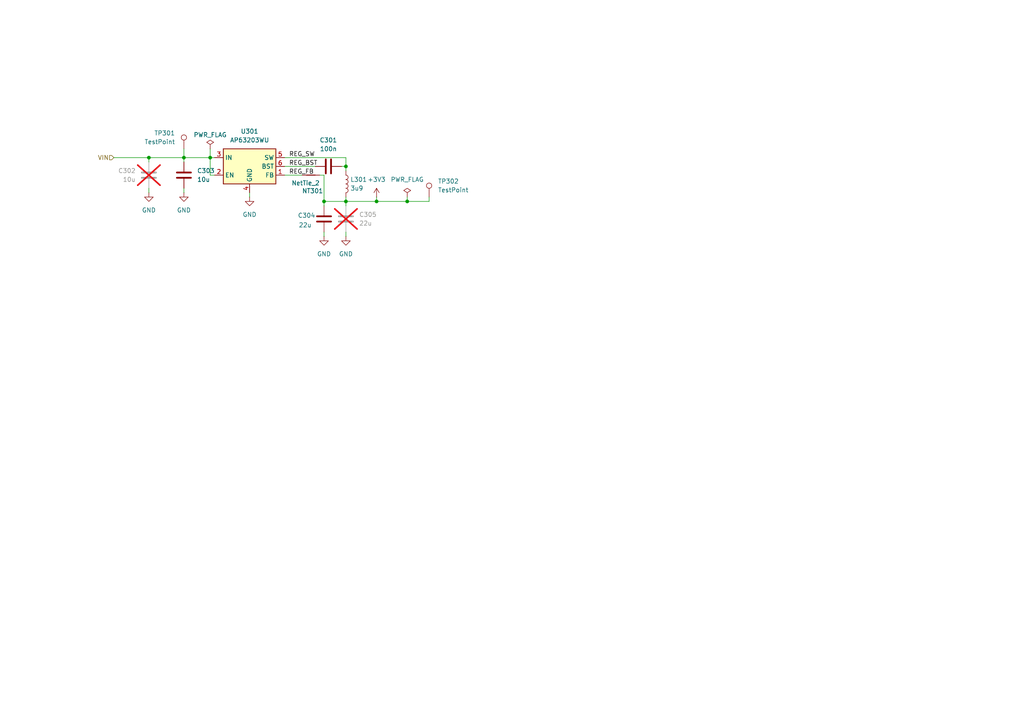
<source format=kicad_sch>
(kicad_sch (version 20250114) (generator "eeschema") (generator_version "9.0")
  (paper "A4")
  (title_block (title "Glowbuck"))
  (lib_symbols
    (symbol "Connector:TestPoint" (pin_numbers (hide yes)) (pin_names (offset 0.762) (hide yes))
      (property "Reference" "TP" (at 0 6.858 0))
      (property "Value" "TestPoint" (at 0 5.08 0))
      (symbol "TestPoint_0_1"
        (circle (center 0 3.302) (radius 0.762))
      )
      (symbol "TestPoint_1_1"
        (pin passive line (at 0 0 90) (length 2.54) (name "1") (number "1"))
      )
    )
    (symbol "Device:C" (pin_numbers (hide yes)) (pin_names (offset 0.254))
      (property "Reference" "C" (at 0.635 2.54 0))
      (property "Value" "C" (at 0.635 -2.54 0))
      (symbol "C_0_1"
        (polyline (pts (xy -2.032 0.762) (xy 2.032 0.762)) (stroke (width 0.508)))
        (polyline (pts (xy -2.032 -0.762) (xy 2.032 -0.762)) (stroke (width 0.508)))
      )
      (symbol "C_1_1"
        (pin passive line (at 0 3.81 270) (length 2.794) (name "~") (number "1"))
        (pin passive line (at 0 -3.81 90) (length 2.794) (name "~") (number "2"))
      )
    )
    (symbol "Device:L" (pin_numbers (hide yes)) (pin_names (offset 1.016) (hide yes))
      (property "Reference" "L" (at -1.27 0 90))
      (property "Value" "L" (at 1.905 0 90))
      (symbol "L_0_1"
        (arc (start 0 2.54) (mid 0.6323 1.905) (end 0 1.27))
        (arc (start 0 1.27) (mid 0.6323 0.635) (end 0 0))
        (arc (start 0 0) (mid 0.6323 -0.635) (end 0 -1.27))
        (arc (start 0 -1.27) (mid 0.6323 -1.905) (end 0 -2.54))
      )
      (symbol "L_1_1"
        (pin passive line (at 0 3.81 270) (length 1.27) (name "1") (number "1"))
        (pin passive line (at 0 -3.81 90) (length 1.27) (name "2") (number "2"))
      )
    )
    (symbol "Device:NetTie_2" (pin_numbers (hide yes)) (pin_names (offset 0) (hide yes)) (in_bom no)
      (property "Reference" "NT" (at 0 1.27 0))
      (property "Value" "NetTie_2" (at 0 -1.27 0))
      (symbol "NetTie_2_0_1"
        (polyline (pts (xy -1.27 0) (xy 1.27 0)) (stroke (width 0.254)))
      )
      (symbol "NetTie_2_1_1"
        (pin passive line (at -2.54 0 0) (length 2.54) (name "1") (number "1"))
        (pin passive line (at 2.54 0 180) (length 2.54) (name "2") (number "2"))
      )
    )
    (symbol "Regulator_Switching:AP63203WU"
      (property "Reference" "U" (at -7.62 6.35 0))
      (property "Value" "AP63203WU" (at 2.54 6.35 0))
      (symbol "AP63203WU_0_1"
        (rectangle (start -7.62 5.08) (end 7.62 -5.08) (stroke (width 0.254)) (fill (type background)))
      )
      (symbol "AP63203WU_1_1"
        (pin power_in line (at -10.16 2.54 0) (length 2.54) (name "IN") (number "3"))
        (pin input line (at -10.16 -2.54 0) (length 2.54) (name "EN") (number "2"))
        (pin power_in line (at 0 -7.62 90) (length 2.54) (name "GND") (number "4"))
        (pin output line (at 10.16 2.54 180) (length 2.54) (name "SW") (number "5"))
        (pin passive line (at 10.16 0 180) (length 2.54) (name "BST") (number "6"))
        (pin input line (at 10.16 -2.54 180) (length 2.54) (name "FB") (number "1"))
      )
    )
    (symbol "power:+3V3" (power) (pin_numbers (hide yes)) (pin_names (offset 0) (hide yes))
      (property "Value" "+3V3" (at 0 3.556 0))
      (symbol "+3V3_0_1"
        (polyline (pts (xy -0.762 1.27) (xy 0 2.54)))
        (polyline (pts (xy 0 2.54) (xy 0.762 1.27)))
        (polyline (pts (xy 0 0) (xy 0 2.54)))
      )
      (symbol "+3V3_1_1"
        (pin power_in line (at 0 0 90) (length 0) (name "~") (number "1"))
      )
    )
    (symbol "power:GND" (power) (pin_numbers (hide yes)) (pin_names (offset 0) (hide yes))
      (property "Value" "GND" (at 0 -3.81 0))
      (symbol "GND_0_1"
        (polyline (pts (xy 0 0) (xy 0 -1.27) (xy 1.27 -1.27) (xy 0 -2.54) (xy -1.27 -1.27) (xy 0 -1.27)))
      )
      (symbol "GND_1_1"
        (pin power_in line (at 0 0 270) (length 0) (name "~") (number "1"))
      )
    )
    (symbol "power:PWR_FLAG" (power) (pin_numbers (hide yes)) (pin_names (offset 0) (hide yes))
      (property "Value" "PWR_FLAG" (at 0 3.81 0))
      (symbol "PWR_FLAG_0_0"
        (pin power_out line (at 0 0 90) (length 0) (name "~") (number "1"))
      )
      (symbol "PWR_FLAG_0_1"
        (polyline (pts (xy 0 0) (xy 0 1.27) (xy -1.016 1.905) (xy 0 2.54) (xy 1.016 1.905) (xy 0 1.27)))
      )
    )
  )
  (junction (at 118.11 58.42))
  (junction (at 109.22 58.42))
  (junction (at 60.96 45.72))
  (junction (at 53.34 45.72))
  (junction (at 43.18 45.72))
  (junction (at 100.33 48.26))
  (junction (at 100.33 58.42))
  (junction (at 93.98 58.42))
  (wire (pts (xy 124.46 58.42) (xy 124.46 57.15)))
  (wire (pts (xy 82.55 45.72) (xy 100.33 45.72)))
  (wire (pts (xy 100.33 45.72) (xy 100.33 48.26)))
  (wire (pts (xy 60.96 43.18) (xy 60.96 45.72)))
  (wire (pts (xy 53.34 46.99) (xy 53.34 45.72)))
  (wire (pts (xy 60.96 45.72) (xy 53.34 45.72)))
  (wire (pts (xy 72.39 55.88) (xy 72.39 57.15)))
  (wire (pts (xy 33.02 45.72) (xy 43.18 45.72)))
  (wire (pts (xy 82.55 50.8) (xy 87.63 50.8)))
  (wire (pts (xy 93.98 58.42) (xy 93.98 50.8)))
  (wire (pts (xy 100.33 48.26) (xy 100.33 49.53)))
  (wire (pts (xy 43.18 45.72) (xy 53.34 45.72)))
  (wire (pts (xy 93.98 50.8) (xy 92.71 50.8)))
  (wire (pts (xy 43.18 45.72) (xy 43.18 46.99)))
  (wire (pts (xy 82.55 48.26) (xy 91.44 48.26)))
  (wire (pts (xy 100.33 48.26) (xy 99.06 48.26)))
  (wire (pts (xy 53.34 43.18) (xy 53.34 45.72)))
  (wire (pts (xy 100.33 58.42) (xy 109.22 58.42)))
  (wire (pts (xy 60.96 45.72) (xy 60.96 50.8)))
  (wire (pts (xy 60.96 50.8) (xy 62.23 50.8)))
  (wire (pts (xy 62.23 45.72) (xy 60.96 45.72)))
  (wire (pts (xy 93.98 58.42) (xy 93.98 59.69)))
  (wire (pts (xy 109.22 57.15) (xy 109.22 58.42)))
  (wire (pts (xy 100.33 57.15) (xy 100.33 58.42)))
  (wire (pts (xy 100.33 58.42) (xy 93.98 58.42)))
  (wire (pts (xy 43.18 54.61) (xy 43.18 55.88)))
  (wire (pts (xy 118.11 58.42) (xy 124.46 58.42)))
  (wire (pts (xy 100.33 58.42) (xy 100.33 59.69)))
  (wire (pts (xy 93.98 67.31) (xy 93.98 68.58)))
  (wire (pts (xy 118.11 58.42) (xy 118.11 57.15)))
  (wire (pts (xy 53.34 54.61) (xy 53.34 55.88)))
  (wire (pts (xy 118.11 58.42) (xy 109.22 58.42)))
  (wire (pts (xy 100.33 67.31) (xy 100.33 68.58)))
  (label "REG_SW" (at 83.82 45.72 0))
  (label "REG_FB" (at 83.82 50.8 0))
  (label "REG_BST" (at 83.82 48.26 0))
  (hierarchical_label "VIN" (shape input) (at 33.02 45.72 180))
  (symbol (lib_id "Connector:TestPoint") (at 124.46 57.15 0) (unit 1) (in_bom no)
    (property "Reference" "TP302" (at 127 52.5779 0) (effects (justify left)))
    (property "Value" "TestPoint" (at 127 55.1179 0) (effects (justify left)))
    (property "Footprint" "TestPoint:TestPoint_Pad_D1.5mm" (effects (hide yes)))
    (property "Description" "test point" (effects (hide yes)))
  )
  (symbol (lib_id "Device:C") (at 43.18 50.8 0) (unit 1) (dnp yes)
    (property "Reference" "C302" (at 39.37 49.5299 0) (effects (justify right)))
    (property "Value" "10u" (at 39.37 52.0699 0) (effects (justify right)))
    (property "Footprint" "Capacitor_SMD:C_1210_3225Metric" (effects (hide yes)))
    (property "Description" "Unpolarized capacitor" (effects (hide yes)))
    (property "MouserNumber" "187-CL32B106KBJNNNE" (effects (hide yes)))
  )
  (symbol (lib_id "power:GND") (at 93.98 68.58 0) (unit 1)
    (property "Reference" "#PWR0305" (effects (hide yes)))
    (property "Value" "GND" (at 93.98 73.66 0))
    (property "Description" "Power symbol creates a global label with name \"GND\" , ground" (effects (hide yes)))
  )
  (symbol (lib_id "Device:C") (at 53.34 50.8 180) (unit 1)
    (property "Reference" "C303" (at 57.15 49.5299 0) (effects (justify right)))
    (property "Value" "10u" (at 57.15 52.0699 0) (effects (justify right)))
    (property "Footprint" "Capacitor_SMD:C_1210_3225Metric" (effects (hide yes)))
    (property "Description" "Unpolarized capacitor" (effects (hide yes)))
    (property "MouserNumber" "187-CL32B106KBJNNNE" (effects (hide yes)))
  )
  (symbol (lib_id "power:GND") (at 100.33 68.58 0) (unit 1)
    (property "Reference" "#PWR0306" (effects (hide yes)))
    (property "Value" "GND" (at 100.33 73.66 0))
    (property "Description" "Power symbol creates a global label with name \"GND\" , ground" (effects (hide yes)))
  )
  (symbol (lib_id "power:PWR_FLAG") (at 60.96 43.18 0) (unit 1)
    (property "Reference" "#FLG0301" (effects (hide yes)))
    (property "Value" "PWR_FLAG" (at 60.96 39.116 0))
    (property "Description" "Special symbol for telling ERC where power comes from" (effects (hide yes)))
  )
  (symbol (lib_id "Regulator_Switching:AP63203WU") (at 72.39 48.26 0) (unit 1)
    (property "Reference" "U301" (at 72.39 38.1 0))
    (property "Value" "AP63203WU" (at 72.39 40.64 0))
    (property "Footprint" "Package_TO_SOT_SMD:TSOT-23-6" (effects (hide yes)))
    (property "Datasheet" "https://www.diodes.com/assets/Datasheets/AP63200-AP63201-AP63203-AP63205.pdf" (effects (hide yes)))
    (property "Description" "2A, 1.1MHz Buck DC/DC Converter, fixed 3.3V output voltage, TSOT-23-6" (effects (hide yes)))
    (property "MouserNumber" "621-AP63203WU-7 " (effects (hide yes)))
  )
  (symbol (lib_id "Device:L") (at 100.33 53.34 0) (unit 1)
    (property "Reference" "L301" (at 101.6 52.0699 0) (effects (justify left)))
    (property "Value" "3u9" (at 101.6 54.6099 0) (effects (justify left)))
    (property "Footprint" "rise:BOURNS_SRR7045" (effects (hide yes)))
    (property "Datasheet" "https://www.mouser.de/datasheet/2/54/BOUR_S_A0011303288_1-2539163.pdf" (effects (hide yes)))
    (property "Description" "Inductor" (effects (hide yes)))
    (property "MouserNumber" "652-SRR7045-3R9M" (effects (hide yes)))
  )
  (symbol (lib_id "power:PWR_FLAG") (at 118.11 57.15 0) (unit 1)
    (property "Reference" "#FLG0302" (effects (hide yes)))
    (property "Value" "PWR_FLAG" (at 118.11 52.07 0))
    (property "Description" "Special symbol for telling ERC where power comes from" (effects (hide yes)))
  )
  (symbol (lib_id "Connector:TestPoint") (at 53.34 43.18 0) (mirror y) (unit 1) (in_bom no)
    (property "Reference" "TP301" (at 50.8 38.6079 0) (effects (justify left)))
    (property "Value" "TestPoint" (at 50.8 41.1479 0) (effects (justify left)))
    (property "Footprint" "TestPoint:TestPoint_Pad_D1.5mm" (effects (hide yes)))
    (property "Description" "test point" (effects (hide yes)))
  )
  (symbol (lib_id "power:GND") (at 72.39 57.15 0) (unit 1)
    (property "Reference" "#PWR0303" (effects (hide yes)))
    (property "Value" "GND" (at 72.39 62.23 0))
    (property "Description" "Power symbol creates a global label with name \"GND\" , ground" (effects (hide yes)))
  )
  (symbol (lib_id "power:GND") (at 53.34 55.88 0) (unit 1)
    (property "Reference" "#PWR0302" (effects (hide yes)))
    (property "Value" "GND" (at 53.34 60.96 0))
    (property "Description" "Power symbol creates a global label with name \"GND\" , ground" (effects (hide yes)))
  )
  (symbol (lib_id "Device:C") (at 95.25 48.26 90) (unit 1)
    (property "Reference" "C301" (at 95.25 40.64 90))
    (property "Value" "100n" (at 95.25 43.18 90))
    (property "Footprint" "Capacitor_SMD:C_0603_1608Metric" (effects (hide yes)))
    (property "Description" "Unpolarized capacitor" (effects (hide yes)))
    (property "MouserNumber" "187-CL10B104KB8WPND" (effects (hide yes)))
  )
  (symbol (lib_id "Device:C") (at 100.33 63.5 180) (unit 1) (dnp yes)
    (property "Reference" "C305" (at 104.14 62.2299 0) (effects (justify right)))
    (property "Value" "22u" (at 104.14 64.7699 0) (effects (justify right)))
    (property "Footprint" "Capacitor_SMD:C_0805_2012Metric" (effects (hide yes)))
    (property "Description" "Unpolarized capacitor" (effects (hide yes)))
    (property "MouserNumber" "187-CL21A226MAYNNNE" (effects (hide yes)))
  )
  (symbol (lib_id "power:GND") (at 43.18 55.88 0) (unit 1)
    (property "Reference" "#PWR0301" (effects (hide yes)))
    (property "Value" "GND" (at 43.18 60.96 0))
    (property "Description" "Power symbol creates a global label with name \"GND\" , ground" (effects (hide yes)))
  )
  (symbol (lib_id "Device:NetTie_2") (at 90.17 50.8 0) (unit 1) (in_bom no)
    (property "Reference" "NT301" (at 90.678 55.372 0))
    (property "Value" "NetTie_2" (at 88.646 53.086 0))
    (property "Footprint" "glowbuck:NETTIE_0.3mm" (effects (hide yes)))
    (property "Description" "Net tie, 2 pins" (effects (hide yes)))
  )
  (symbol (lib_id "power:+3V3") (at 109.22 57.15 0) (unit 1)
    (property "Reference" "#PWR0304" (effects (hide yes)))
    (property "Value" "+3V3" (at 109.22 52.07 0))
    (property "Description" "Power symbol creates a global label with name \"+3V3\"" (effects (hide yes)))
  )
  (symbol (lib_id "Device:C") (at 93.98 63.5 180) (unit 1)
    (property "Reference" "C304" (at 86.36 62.484 0) (effects (justify right)))
    (property "Value" "22u" (at 86.614 65.278 0) (effects (justify right)))
    (property "Footprint" "Capacitor_SMD:C_0805_2012Metric" (effects (hide yes)))
    (property "Description" "Unpolarized capacitor" (effects (hide yes)))
    (property "MouserNumber" "187-CL21A226MAYNNNE" (effects (hide yes)))
  )
)
</source>
